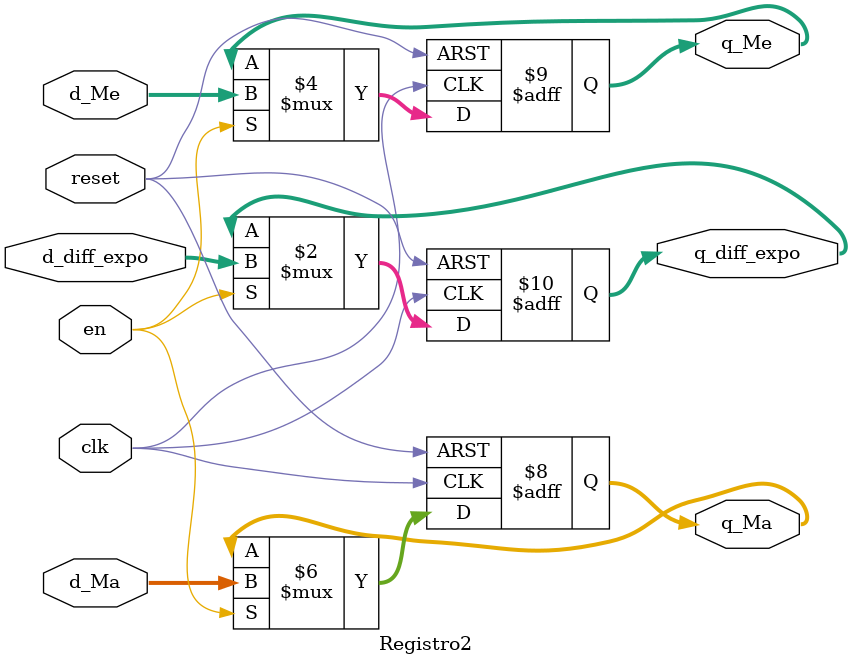
<source format=sv>
module Registro2 #(parameter N=32)( input logic reset,clk,en,
												 input logic [N-1:0]d_Ma,d_Me,
												 input logic  [7:0] d_diff_expo,
												 output logic [N-1:0]q_Ma,q_Me,
												 output logic [7:0] q_diff_expo  );


//reset asincronico

always_ff@(posedge clk,posedge reset)												 
		if (reset) begin q_Ma<=32'b0; q_Me<=32'b0; q_diff_expo <=8'b0; end
		else if(en) begin q_Ma<=d_Ma; q_Me<=d_Me; q_diff_expo <= d_diff_expo; end
			
												 
endmodule

</source>
